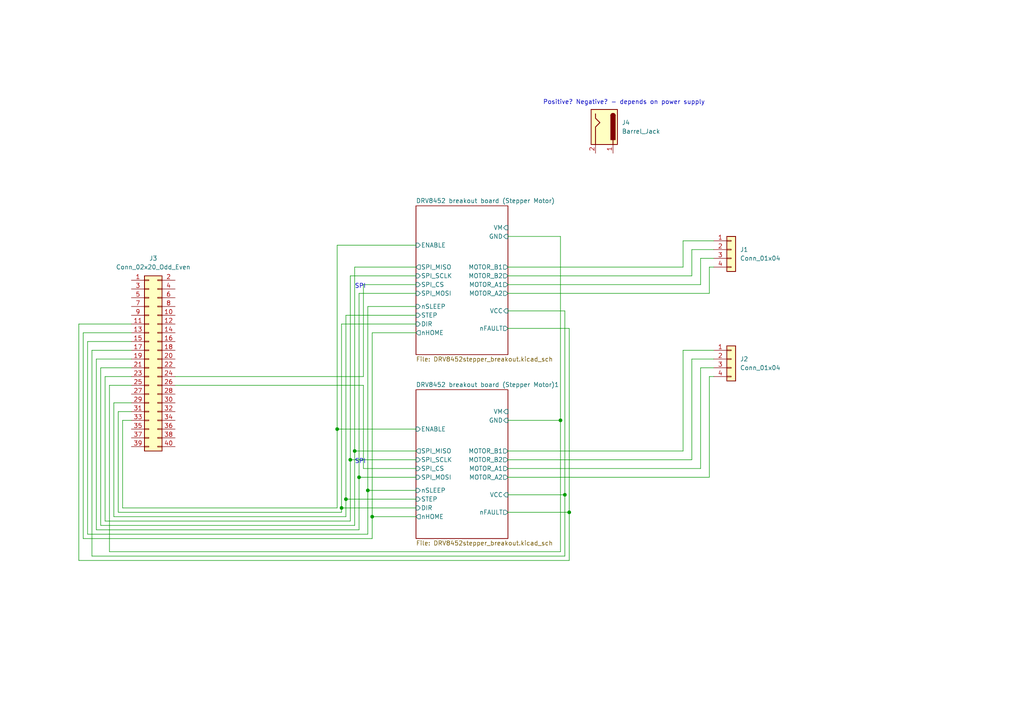
<source format=kicad_sch>
(kicad_sch (version 20230121) (generator eeschema)
  (paper "A4")
  (lib_symbols
    (symbol "Connector:Barrel_Jack" (pin_names (offset 1.016))
      (property "Reference" "J" (at 0 5.334 0))
      (property "Value" "Barrel_Jack" (at 0 -5.08 0))
      (symbol "Barrel_Jack_0_1"
        (rectangle (start -5.08 3.81) (end 5.08 -3.81) (stroke (width 0.254)) (fill (type background)))
        (arc (start -3.302 3.175) (mid -3.9343 2.54) (end -3.302 1.905) (stroke (width 0.254)))
        (arc (start -3.302 3.175) (mid -3.9343 2.54) (end -3.302 1.905) (stroke (width 0.254)) (fill (type outline)))
        (polyline (pts (xy 5.08 2.54) (xy 3.81 2.54)) (stroke (width 0.254)))
        (polyline (pts (xy -3.81 -2.54) (xy -2.54 -2.54) (xy -1.27 -1.27) (xy 0 -2.54) (xy 2.54 -2.54) (xy 5.08 -2.54)) (stroke (width 0.254)))
        (rectangle (start 3.683 3.175) (end -3.302 1.905) (stroke (width 0.254)) (fill (type outline)))
      )
      (symbol "Barrel_Jack_1_1"
        (pin passive line (at 7.62 2.54 180) (length 2.54) (name "~") (number "1"))
        (pin passive line (at 7.62 -2.54 180) (length 2.54) (name "~") (number "2"))
      )
    )
    (symbol "Connector_Generic:Conn_01x04" (pin_names (offset 1.016) hide)
      (property "Reference" "J" (at 0 5.08 0))
      (property "Value" "Conn_01x04" (at 0 -7.62 0))
      (symbol "Conn_01x04_1_1"
        (rectangle (start -1.27 -4.953) (end 0 -5.207) (stroke (width 0.1524)))
        (rectangle (start -1.27 -2.413) (end 0 -2.667) (stroke (width 0.1524)))
        (rectangle (start -1.27 0.127) (end 0 -0.127) (stroke (width 0.1524)))
        (rectangle (start -1.27 2.667) (end 0 2.413) (stroke (width 0.1524)))
        (rectangle (start -1.27 3.81) (end 1.27 -6.35) (stroke (width 0.254)) (fill (type background)))
        (pin passive line (at -5.08 2.54 0) (length 3.81) (name "Pin_1") (number "1"))
        (pin passive line (at -5.08 0 0) (length 3.81) (name "Pin_2") (number "2"))
        (pin passive line (at -5.08 -2.54 0) (length 3.81) (name "Pin_3") (number "3"))
        (pin passive line (at -5.08 -5.08 0) (length 3.81) (name "Pin_4") (number "4"))
      )
    )
    (symbol "Connector_Generic:Conn_02x20_Odd_Even" (pin_names (offset 1.016) hide)
      (property "Reference" "J" (at 1.27 25.4 0))
      (property "Value" "Conn_02x20_Odd_Even" (at 1.27 -27.94 0))
      (symbol "Conn_02x20_Odd_Even_1_1"
        (rectangle (start -1.27 -25.273) (end 0 -25.527) (stroke (width 0.1524)))
        (rectangle (start -1.27 -22.733) (end 0 -22.987) (stroke (width 0.1524)))
        (rectangle (start -1.27 -20.193) (end 0 -20.447) (stroke (width 0.1524)))
        (rectangle (start -1.27 -17.653) (end 0 -17.907) (stroke (width 0.1524)))
        (rectangle (start -1.27 -15.113) (end 0 -15.367) (stroke (width 0.1524)))
        (rectangle (start -1.27 -12.573) (end 0 -12.827) (stroke (width 0.1524)))
        (rectangle (start -1.27 -10.033) (end 0 -10.287) (stroke (width 0.1524)))
        (rectangle (start -1.27 -7.493) (end 0 -7.747) (stroke (width 0.1524)))
        (rectangle (start -1.27 -4.953) (end 0 -5.207) (stroke (width 0.1524)))
        (rectangle (start -1.27 -2.413) (end 0 -2.667) (stroke (width 0.1524)))
        (rectangle (start -1.27 0.127) (end 0 -0.127) (stroke (width 0.1524)))
        (rectangle (start -1.27 2.667) (end 0 2.413) (stroke (width 0.1524)))
        (rectangle (start -1.27 5.207) (end 0 4.953) (stroke (width 0.1524)))
        (rectangle (start -1.27 7.747) (end 0 7.493) (stroke (width 0.1524)))
        (rectangle (start -1.27 10.287) (end 0 10.033) (stroke (width 0.1524)))
        (rectangle (start -1.27 12.827) (end 0 12.573) (stroke (width 0.1524)))
        (rectangle (start -1.27 15.367) (end 0 15.113) (stroke (width 0.1524)))
        (rectangle (start -1.27 17.907) (end 0 17.653) (stroke (width 0.1524)))
        (rectangle (start -1.27 20.447) (end 0 20.193) (stroke (width 0.1524)))
        (rectangle (start -1.27 22.987) (end 0 22.733) (stroke (width 0.1524)))
        (rectangle (start -1.27 24.13) (end 3.81 -26.67) (stroke (width 0.254)) (fill (type background)))
        (rectangle (start 3.81 -25.273) (end 2.54 -25.527) (stroke (width 0.1524)))
        (rectangle (start 3.81 -22.733) (end 2.54 -22.987) (stroke (width 0.1524)))
        (rectangle (start 3.81 -20.193) (end 2.54 -20.447) (stroke (width 0.1524)))
        (rectangle (start 3.81 -17.653) (end 2.54 -17.907) (stroke (width 0.1524)))
        (rectangle (start 3.81 -15.113) (end 2.54 -15.367) (stroke (width 0.1524)))
        (rectangle (start 3.81 -12.573) (end 2.54 -12.827) (stroke (width 0.1524)))
        (rectangle (start 3.81 -10.033) (end 2.54 -10.287) (stroke (width 0.1524)))
        (rectangle (start 3.81 -7.493) (end 2.54 -7.747) (stroke (width 0.1524)))
        (rectangle (start 3.81 -4.953) (end 2.54 -5.207) (stroke (width 0.1524)))
        (rectangle (start 3.81 -2.413) (end 2.54 -2.667) (stroke (width 0.1524)))
        (rectangle (start 3.81 0.127) (end 2.54 -0.127) (stroke (width 0.1524)))
        (rectangle (start 3.81 2.667) (end 2.54 2.413) (stroke (width 0.1524)))
        (rectangle (start 3.81 5.207) (end 2.54 4.953) (stroke (width 0.1524)))
        (rectangle (start 3.81 7.747) (end 2.54 7.493) (stroke (width 0.1524)))
        (rectangle (start 3.81 10.287) (end 2.54 10.033) (stroke (width 0.1524)))
        (rectangle (start 3.81 12.827) (end 2.54 12.573) (stroke (width 0.1524)))
        (rectangle (start 3.81 15.367) (end 2.54 15.113) (stroke (width 0.1524)))
        (rectangle (start 3.81 17.907) (end 2.54 17.653) (stroke (width 0.1524)))
        (rectangle (start 3.81 20.447) (end 2.54 20.193) (stroke (width 0.1524)))
        (rectangle (start 3.81 22.987) (end 2.54 22.733) (stroke (width 0.1524)))
        (pin passive line (at -5.08 22.86 0) (length 3.81) (name "Pin_1") (number "1"))
        (pin passive line (at 7.62 12.7 180) (length 3.81) (name "Pin_10") (number "10"))
        (pin passive line (at -5.08 10.16 0) (length 3.81) (name "Pin_11") (number "11"))
        (pin passive line (at 7.62 10.16 180) (length 3.81) (name "Pin_12") (number "12"))
        (pin passive line (at -5.08 7.62 0) (length 3.81) (name "Pin_13") (number "13"))
        (pin passive line (at 7.62 7.62 180) (length 3.81) (name "Pin_14") (number "14"))
        (pin passive line (at -5.08 5.08 0) (length 3.81) (name "Pin_15") (number "15"))
        (pin passive line (at 7.62 5.08 180) (length 3.81) (name "Pin_16") (number "16"))
        (pin passive line (at -5.08 2.54 0) (length 3.81) (name "Pin_17") (number "17"))
        (pin passive line (at 7.62 2.54 180) (length 3.81) (name "Pin_18") (number "18"))
        (pin passive line (at -5.08 0 0) (length 3.81) (name "Pin_19") (number "19"))
        (pin passive line (at 7.62 22.86 180) (length 3.81) (name "Pin_2") (number "2"))
        (pin passive line (at 7.62 0 180) (length 3.81) (name "Pin_20") (number "20"))
        (pin passive line (at -5.08 -2.54 0) (length 3.81) (name "Pin_21") (number "21"))
        (pin passive line (at 7.62 -2.54 180) (length 3.81) (name "Pin_22") (number "22"))
        (pin passive line (at -5.08 -5.08 0) (length 3.81) (name "Pin_23") (number "23"))
        (pin passive line (at 7.62 -5.08 180) (length 3.81) (name "Pin_24") (number "24"))
        (pin passive line (at -5.08 -7.62 0) (length 3.81) (name "Pin_25") (number "25"))
        (pin passive line (at 7.62 -7.62 180) (length 3.81) (name "Pin_26") (number "26"))
        (pin passive line (at -5.08 -10.16 0) (length 3.81) (name "Pin_27") (number "27"))
        (pin passive line (at 7.62 -10.16 180) (length 3.81) (name "Pin_28") (number "28"))
        (pin passive line (at -5.08 -12.7 0) (length 3.81) (name "Pin_29") (number "29"))
        (pin passive line (at -5.08 20.32 0) (length 3.81) (name "Pin_3") (number "3"))
        (pin passive line (at 7.62 -12.7 180) (length 3.81) (name "Pin_30") (number "30"))
        (pin passive line (at -5.08 -15.24 0) (length 3.81) (name "Pin_31") (number "31"))
        (pin passive line (at 7.62 -15.24 180) (length 3.81) (name "Pin_32") (number "32"))
        (pin passive line (at -5.08 -17.78 0) (length 3.81) (name "Pin_33") (number "33"))
        (pin passive line (at 7.62 -17.78 180) (length 3.81) (name "Pin_34") (number "34"))
        (pin passive line (at -5.08 -20.32 0) (length 3.81) (name "Pin_35") (number "35"))
        (pin passive line (at 7.62 -20.32 180) (length 3.81) (name "Pin_36") (number "36"))
        (pin passive line (at -5.08 -22.86 0) (length 3.81) (name "Pin_37") (number "37"))
        (pin passive line (at 7.62 -22.86 180) (length 3.81) (name "Pin_38") (number "38"))
        (pin passive line (at -5.08 -25.4 0) (length 3.81) (name "Pin_39") (number "39"))
        (pin passive line (at 7.62 20.32 180) (length 3.81) (name "Pin_4") (number "4"))
        (pin passive line (at 7.62 -25.4 180) (length 3.81) (name "Pin_40") (number "40"))
        (pin passive line (at -5.08 17.78 0) (length 3.81) (name "Pin_5") (number "5"))
        (pin passive line (at 7.62 17.78 180) (length 3.81) (name "Pin_6") (number "6"))
        (pin passive line (at -5.08 15.24 0) (length 3.81) (name "Pin_7") (number "7"))
        (pin passive line (at 7.62 15.24 180) (length 3.81) (name "Pin_8") (number "8"))
        (pin passive line (at -5.08 12.7 0) (length 3.81) (name "Pin_9") (number "9"))
      )
    )
  )
  (junction (at 97.79 124.46))
  (junction (at 163.83 143.51))
  (junction (at 106.68 142.24))
  (junction (at 99.06 147.32))
  (junction (at 101.6 133.35))
  (junction (at 100.33 144.78))
  (junction (at 165.1 148.59))
  (junction (at 162.56 121.92))
  (junction (at 102.87 130.81))
  (junction (at 107.95 149.86))
  (junction (at 104.14 138.43))
  (wire (pts (xy 38.1 96.52) (xy 24.13 96.52)))
  (wire (pts (xy 99.06 147.32) (xy 99.06 148.59)))
  (wire (pts (xy 205.74 85.09) (xy 205.74 77.47)))
  (wire (pts (xy 24.13 96.52) (xy 24.13 156.21)))
  (wire (pts (xy 27.94 153.67) (xy 27.94 104.14)))
  (wire (pts (xy 200.66 72.39) (xy 207.01 72.39)))
  (wire (pts (xy 38.1 101.6) (xy 26.67 101.6)))
  (wire (pts (xy 34.29 148.59) (xy 34.29 119.38)))
  (wire (pts (xy 29.21 152.4) (xy 102.87 152.4)))
  (wire (pts (xy 30.48 151.13) (xy 30.48 109.22)))
  (wire (pts (xy 165.1 95.25) (xy 165.1 148.59)))
  (wire (pts (xy 203.2 82.55) (xy 203.2 74.93)))
  (wire (pts (xy 97.79 71.12) (xy 120.65 71.12)))
  (wire (pts (xy 102.87 77.47) (xy 120.65 77.47)))
  (wire (pts (xy 29.21 106.68) (xy 38.1 106.68)))
  (wire (pts (xy 162.56 68.58) (xy 162.56 121.92)))
  (wire (pts (xy 25.4 154.94) (xy 106.68 154.94)))
  (wire (pts (xy 147.32 121.92) (xy 162.56 121.92)))
  (wire (pts (xy 97.79 147.32) (xy 97.79 124.46)))
  (wire (pts (xy 101.6 80.01) (xy 120.65 80.01)))
  (wire (pts (xy 104.14 85.09) (xy 104.14 138.43)))
  (wire (pts (xy 29.21 152.4) (xy 29.21 106.68)))
  (wire (pts (xy 100.33 91.44) (xy 100.33 144.78)))
  (wire (pts (xy 147.32 77.47) (xy 198.12 77.47)))
  (wire (pts (xy 162.56 68.58) (xy 147.32 68.58)))
  (wire (pts (xy 163.83 161.29) (xy 163.83 143.51)))
  (wire (pts (xy 107.95 149.86) (xy 107.95 156.21)))
  (wire (pts (xy 31.75 160.02) (xy 162.56 160.02)))
  (wire (pts (xy 35.56 121.92) (xy 35.56 147.32)))
  (wire (pts (xy 205.74 138.43) (xy 205.74 109.22)))
  (wire (pts (xy 198.12 77.47) (xy 198.12 69.85)))
  (wire (pts (xy 104.14 138.43) (xy 120.65 138.43)))
  (wire (pts (xy 120.65 135.89) (xy 105.41 135.89)))
  (wire (pts (xy 200.66 133.35) (xy 200.66 104.14)))
  (wire (pts (xy 22.86 162.56) (xy 165.1 162.56)))
  (wire (pts (xy 100.33 144.78) (xy 120.65 144.78)))
  (wire (pts (xy 33.02 149.86) (xy 100.33 149.86)))
  (wire (pts (xy 198.12 69.85) (xy 207.01 69.85)))
  (wire (pts (xy 105.41 111.76) (xy 50.8 111.76)))
  (wire (pts (xy 38.1 116.84) (xy 33.02 116.84)))
  (wire (pts (xy 24.13 156.21) (xy 107.95 156.21)))
  (wire (pts (xy 147.32 138.43) (xy 205.74 138.43)))
  (wire (pts (xy 147.32 95.25) (xy 165.1 95.25)))
  (wire (pts (xy 203.2 135.89) (xy 203.2 106.68)))
  (wire (pts (xy 147.32 135.89) (xy 203.2 135.89)))
  (wire (pts (xy 203.2 106.68) (xy 207.01 106.68)))
  (wire (pts (xy 163.83 143.51) (xy 163.83 90.17)))
  (wire (pts (xy 105.41 135.89) (xy 105.41 111.76)))
  (wire (pts (xy 26.67 161.29) (xy 163.83 161.29)))
  (wire (pts (xy 107.95 96.52) (xy 107.95 149.86)))
  (wire (pts (xy 102.87 152.4) (xy 102.87 130.81)))
  (wire (pts (xy 200.66 104.14) (xy 207.01 104.14)))
  (wire (pts (xy 99.06 147.32) (xy 120.65 147.32)))
  (wire (pts (xy 165.1 162.56) (xy 165.1 148.59)))
  (wire (pts (xy 33.02 116.84) (xy 33.02 149.86)))
  (wire (pts (xy 106.68 88.9) (xy 120.65 88.9)))
  (wire (pts (xy 105.41 109.22) (xy 50.8 109.22)))
  (wire (pts (xy 203.2 74.93) (xy 207.01 74.93)))
  (wire (pts (xy 100.33 149.86) (xy 100.33 144.78)))
  (wire (pts (xy 97.79 124.46) (xy 97.79 71.12)))
  (wire (pts (xy 38.1 99.06) (xy 25.4 99.06)))
  (wire (pts (xy 38.1 111.76) (xy 31.75 111.76)))
  (wire (pts (xy 147.32 130.81) (xy 198.12 130.81)))
  (wire (pts (xy 30.48 109.22) (xy 38.1 109.22)))
  (wire (pts (xy 120.65 91.44) (xy 100.33 91.44)))
  (wire (pts (xy 30.48 151.13) (xy 101.6 151.13)))
  (wire (pts (xy 25.4 99.06) (xy 25.4 154.94)))
  (wire (pts (xy 34.29 119.38) (xy 38.1 119.38)))
  (wire (pts (xy 104.14 85.09) (xy 120.65 85.09)))
  (wire (pts (xy 104.14 138.43) (xy 104.14 153.67)))
  (wire (pts (xy 200.66 80.01) (xy 200.66 72.39)))
  (wire (pts (xy 147.32 90.17) (xy 163.83 90.17)))
  (wire (pts (xy 147.32 133.35) (xy 200.66 133.35)))
  (wire (pts (xy 162.56 160.02) (xy 162.56 121.92)))
  (wire (pts (xy 205.74 77.47) (xy 207.01 77.47)))
  (wire (pts (xy 101.6 133.35) (xy 120.65 133.35)))
  (wire (pts (xy 165.1 148.59) (xy 147.32 148.59)))
  (wire (pts (xy 147.32 82.55) (xy 203.2 82.55)))
  (wire (pts (xy 120.65 82.55) (xy 105.41 82.55)))
  (wire (pts (xy 198.12 130.81) (xy 198.12 101.6)))
  (wire (pts (xy 120.65 149.86) (xy 107.95 149.86)))
  (wire (pts (xy 35.56 147.32) (xy 97.79 147.32)))
  (wire (pts (xy 106.68 154.94) (xy 106.68 142.24)))
  (wire (pts (xy 27.94 104.14) (xy 38.1 104.14)))
  (wire (pts (xy 102.87 130.81) (xy 120.65 130.81)))
  (wire (pts (xy 38.1 93.98) (xy 22.86 93.98)))
  (wire (pts (xy 38.1 121.92) (xy 35.56 121.92)))
  (wire (pts (xy 205.74 109.22) (xy 207.01 109.22)))
  (wire (pts (xy 198.12 101.6) (xy 207.01 101.6)))
  (wire (pts (xy 31.75 111.76) (xy 31.75 160.02)))
  (wire (pts (xy 22.86 93.98) (xy 22.86 162.56)))
  (wire (pts (xy 106.68 142.24) (xy 120.65 142.24)))
  (wire (pts (xy 147.32 85.09) (xy 205.74 85.09)))
  (wire (pts (xy 106.68 142.24) (xy 106.68 88.9)))
  (wire (pts (xy 99.06 93.98) (xy 99.06 147.32)))
  (wire (pts (xy 102.87 130.81) (xy 102.87 77.47)))
  (wire (pts (xy 147.32 80.01) (xy 200.66 80.01)))
  (wire (pts (xy 120.65 93.98) (xy 99.06 93.98)))
  (wire (pts (xy 105.41 82.55) (xy 105.41 109.22)))
  (wire (pts (xy 101.6 133.35) (xy 101.6 80.01)))
  (wire (pts (xy 147.32 143.51) (xy 163.83 143.51)))
  (wire (pts (xy 101.6 151.13) (xy 101.6 133.35)))
  (wire (pts (xy 104.14 153.67) (xy 27.94 153.67)))
  (wire (pts (xy 26.67 101.6) (xy 26.67 161.29)))
  (wire (pts (xy 107.95 96.52) (xy 120.65 96.52)))
  (wire (pts (xy 99.06 148.59) (xy 34.29 148.59)))
  (wire (pts (xy 97.79 124.46) (xy 120.65 124.46)))
  (text "Positive? Negative? - depends on power supply" (at 157.48 30.48 0) (effects (font (size 1.27 1.27)) (justify left bottom)))
  (text "SPI" (at 102.87 134.62 0) (effects (font (size 1.27 1.27)) (justify left bottom)))
  (text "SPI" (at 102.87 83.82 0) (effects (font (size 1.27 1.27)) (justify left bottom)))
  (symbol (lib_id "Connector:Barrel_Jack") (at 175.26 36.83 270) (unit 1)
    (property "Reference" "J4" (at 180.34 35.56 90) (effects (justify left)))
    (property "Value" "Barrel_Jack" (at 180.34 38.1 90) (effects (justify left)))
  )
  (symbol (lib_id "Connector_Generic:Conn_02x20_Odd_Even") (at 43.18 104.14 0) (unit 1)
    (property "Reference" "J3" (at 44.45 74.93 0))
    (property "Value" "Conn_02x20_Odd_Even" (at 44.45 77.47 0))
  )
  (symbol (lib_id "Connector_Generic:Conn_01x04") (at 212.09 104.14 0) (unit 1)
    (property "Reference" "J2" (at 214.63 104.14 0) (effects (justify left)))
    (property "Value" "Conn_01x04" (at 214.63 106.68 0) (effects (justify left)))
  )
  (symbol (lib_id "Connector_Generic:Conn_01x04") (at 212.09 72.39 0) (unit 1)
    (property "Reference" "J1" (at 214.63 72.39 0) (effects (justify left)))
    (property "Value" "Conn_01x04" (at 214.63 74.93 0) (effects (justify left)))
  )
  (sheet (at 120.65 113.03) (size 26.67 43.18) (stroke (width 0.1524))
    (property "Sheetname" "DRV8452 breakout board (Stepper Motor)1" (at 120.65 112.3184 0) (effects (justify left bottom)))
    (property "Sheetfile" "DRV8452stepper_breakout.kicad_sch" (at 120.65 156.7946 0) (effects (justify left top)))
    (pin "VM" input (at 147.32 119.38 0))
    (pin "GND" input (at 147.32 121.92 0))
    (pin "MOTOR_B1" output (at 147.32 130.81 0))
    (pin "MOTOR_B2" output (at 147.32 133.35 0))
    (pin "MOTOR_A1" output (at 147.32 135.89 0))
    (pin "MOTOR_A2" output (at 147.32 138.43 0))
    (pin "VCC" input (at 147.32 143.51 0))
    (pin "nFAULT" output (at 147.32 148.59 0))
    (pin "nSLEEP" input (at 120.65 142.24 180))
    (pin "STEP" input (at 120.65 144.78 180))
    (pin "nHOME" output (at 120.65 149.86 180))
    (pin "DIR" input (at 120.65 147.32 180))
    (pin "SPI_CS" input (at 120.65 135.89 180))
    (pin "SPI_MOSI" input (at 120.65 138.43 180))
    (pin "SPI_SCLK" input (at 120.65 133.35 180))
    (pin "ENABLE" input (at 120.65 124.46 180))
    (pin "SPI_MISO" output (at 120.65 130.81 180))
  )
  (sheet (at 120.65 59.69) (size 26.67 43.18) (stroke (width 0.1524))
    (property "Sheetname" "DRV8452 breakout board (Stepper Motor)" (at 120.65 58.9784 0) (effects (justify left bottom)))
    (property "Sheetfile" "DRV8452stepper_breakout.kicad_sch" (at 120.65 103.4546 0) (effects (justify left top)))
    (pin "VM" input (at 147.32 66.04 0))
    (pin "GND" input (at 147.32 68.58 0))
    (pin "MOTOR_B1" output (at 147.32 77.47 0))
    (pin "MOTOR_B2" output (at 147.32 80.01 0))
    (pin "MOTOR_A1" output (at 147.32 82.55 0))
    (pin "MOTOR_A2" output (at 147.32 85.09 0))
    (pin "VCC" input (at 147.32 90.17 0))
    (pin "nFAULT" output (at 147.32 95.25 0))
    (pin "nSLEEP" input (at 120.65 88.9 180))
    (pin "STEP" input (at 120.65 91.44 180))
    (pin "nHOME" output (at 120.65 96.52 180))
    (pin "DIR" input (at 120.65 93.98 180))
    (pin "SPI_CS" input (at 120.65 82.55 180))
    (pin "SPI_MOSI" input (at 120.65 85.09 180))
    (pin "SPI_SCLK" input (at 120.65 80.01 180))
    (pin "ENABLE" input (at 120.65 71.12 180))
    (pin "SPI_MISO" output (at 120.65 77.47 180))
  )
)
</source>
